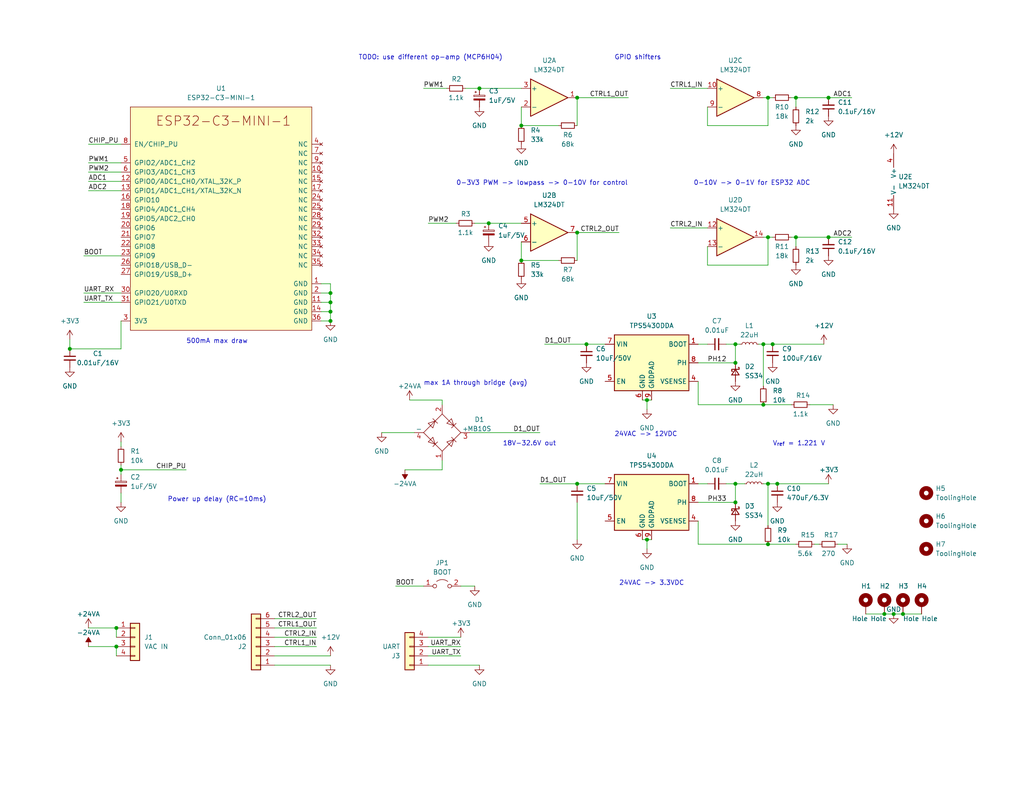
<source format=kicad_sch>
(kicad_sch (version 20211123) (generator eeschema)
  (paper "USLetter")
  (title_block (company "kelvie.ca"))
  (lib_symbols
    (symbol "Amplifier_Operational:LM324" (pin_names (offset 0.127))
      (property "Reference" "U" (at 0 5.08 0))
      (property "Value" "LM324" (at 0 -5.08 0))
      (symbol "LM324_1_1"
        (polyline (pts (xy -5.08 5.08) (xy 5.08 0) (xy -5.08 -5.08) (xy -5.08 5.08)) (stroke (width 0.254)) (fill (type background)))
        (pin output line (at 7.62 0 180) (length 2.54) (name "~") (number "1"))
        (pin input line (at -7.62 -2.54 0) (length 2.54) (name "-") (number "2"))
        (pin input line (at -7.62 2.54 0) (length 2.54) (name "+") (number "3"))
      )
      (symbol "LM324_2_1"
        (polyline (pts (xy -5.08 5.08) (xy 5.08 0) (xy -5.08 -5.08) (xy -5.08 5.08)) (stroke (width 0.254)) (fill (type background)))
        (pin input line (at -7.62 2.54 0) (length 2.54) (name "+") (number "5"))
        (pin input line (at -7.62 -2.54 0) (length 2.54) (name "-") (number "6"))
        (pin output line (at 7.62 0 180) (length 2.54) (name "~") (number "7"))
      )
      (symbol "LM324_3_1"
        (polyline (pts (xy -5.08 5.08) (xy 5.08 0) (xy -5.08 -5.08) (xy -5.08 5.08)) (stroke (width 0.254)) (fill (type background)))
        (pin input line (at -7.62 2.54 0) (length 2.54) (name "+") (number "10"))
        (pin output line (at 7.62 0 180) (length 2.54) (name "~") (number "8"))
        (pin input line (at -7.62 -2.54 0) (length 2.54) (name "-") (number "9"))
      )
      (symbol "LM324_4_1"
        (polyline (pts (xy -5.08 5.08) (xy 5.08 0) (xy -5.08 -5.08) (xy -5.08 5.08)) (stroke (width 0.254)) (fill (type background)))
        (pin input line (at -7.62 2.54 0) (length 2.54) (name "+") (number "12"))
        (pin input line (at -7.62 -2.54 0) (length 2.54) (name "-") (number "13"))
        (pin output line (at 7.62 0 180) (length 2.54) (name "~") (number "14"))
      )
      (symbol "LM324_5_1"
        (pin power_in line (at -2.54 -7.62 90) (length 3.81) (name "V-") (number "11"))
        (pin power_in line (at -2.54 7.62 270) (length 3.81) (name "V+") (number "4"))
      )
    )
    (symbol "Connector_Generic:Conn_01x04" (pin_names (offset 1.016) hide)
      (property "Reference" "J" (at 0 5.08 0))
      (property "Value" "Conn_01x04" (at 0 -7.62 0))
      (symbol "Conn_01x04_1_1"
        (rectangle (start -1.27 -4.953) (end 0 -5.207) (stroke (width 0.1524)))
        (rectangle (start -1.27 -2.413) (end 0 -2.667) (stroke (width 0.1524)))
        (rectangle (start -1.27 0.127) (end 0 -0.127) (stroke (width 0.1524)))
        (rectangle (start -1.27 2.667) (end 0 2.413) (stroke (width 0.1524)))
        (rectangle (start -1.27 3.81) (end 1.27 -6.35) (stroke (width 0.254)) (fill (type background)))
        (pin passive line (at -5.08 2.54 0) (length 3.81) (name "Pin_1") (number "1"))
        (pin passive line (at -5.08 0 0) (length 3.81) (name "Pin_2") (number "2"))
        (pin passive line (at -5.08 -2.54 0) (length 3.81) (name "Pin_3") (number "3"))
        (pin passive line (at -5.08 -5.08 0) (length 3.81) (name "Pin_4") (number "4"))
      )
    )
    (symbol "Connector_Generic:Conn_01x06" (pin_names (offset 1.016) hide)
      (property "Reference" "J" (at 0 7.62 0))
      (property "Value" "Conn_01x06" (at 0 -10.16 0))
      (symbol "Conn_01x06_1_1"
        (rectangle (start -1.27 -7.493) (end 0 -7.747) (stroke (width 0.1524)))
        (rectangle (start -1.27 -4.953) (end 0 -5.207) (stroke (width 0.1524)))
        (rectangle (start -1.27 -2.413) (end 0 -2.667) (stroke (width 0.1524)))
        (rectangle (start -1.27 0.127) (end 0 -0.127) (stroke (width 0.1524)))
        (rectangle (start -1.27 2.667) (end 0 2.413) (stroke (width 0.1524)))
        (rectangle (start -1.27 5.207) (end 0 4.953) (stroke (width 0.1524)))
        (rectangle (start -1.27 6.35) (end 1.27 -8.89) (stroke (width 0.254)) (fill (type background)))
        (pin passive line (at -5.08 5.08 0) (length 3.81) (name "Pin_1") (number "1"))
        (pin passive line (at -5.08 2.54 0) (length 3.81) (name "Pin_2") (number "2"))
        (pin passive line (at -5.08 0 0) (length 3.81) (name "Pin_3") (number "3"))
        (pin passive line (at -5.08 -2.54 0) (length 3.81) (name "Pin_4") (number "4"))
        (pin passive line (at -5.08 -5.08 0) (length 3.81) (name "Pin_5") (number "5"))
        (pin passive line (at -5.08 -7.62 0) (length 3.81) (name "Pin_6") (number "6"))
      )
    )
    (symbol "Device:C_Polarized_Small" (pin_numbers hide) (pin_names (offset 0.254) hide)
      (property "Reference" "C" (at 0.254 1.778 0))
      (property "Value" "C_Polarized_Small" (at 0.254 -2.032 0))
      (symbol "C_Polarized_Small_0_1"
        (rectangle (start -1.524 -0.3048) (end 1.524 -0.6858) (fill (type outline)))
        (rectangle (start -1.524 0.6858) (end 1.524 0.3048))
        (polyline (pts (xy -1.27 1.524) (xy -0.762 1.524)))
        (polyline (pts (xy -1.016 1.27) (xy -1.016 1.778)))
      )
      (symbol "C_Polarized_Small_1_1"
        (pin passive line (at 0 2.54 270) (length 1.8542) (name "~") (number "1"))
        (pin passive line (at 0 -2.54 90) (length 1.8542) (name "~") (number "2"))
      )
    )
    (symbol "Device:C_Small" (pin_numbers hide) (pin_names (offset 0.254) hide)
      (property "Reference" "C" (at 0.254 1.778 0))
      (property "Value" "C_Small" (at 0.254 -2.032 0))
      (symbol "C_Small_0_1"
        (polyline (pts (xy -1.524 -0.508) (xy 1.524 -0.508)) (stroke (width 0.3302)))
        (polyline (pts (xy -1.524 0.508) (xy 1.524 0.508)) (stroke (width 0.3048)))
      )
      (symbol "C_Small_1_1"
        (pin passive line (at 0 2.54 270) (length 2.032) (name "~") (number "1"))
        (pin passive line (at 0 -2.54 90) (length 2.032) (name "~") (number "2"))
      )
    )
    (symbol "Device:D_Schottky_Small" (pin_numbers hide) (pin_names (offset 0.254) hide)
      (property "Reference" "D" (at -1.27 2.032 0))
      (property "Value" "D_Schottky_Small" (at -7.112 -2.032 0))
      (symbol "D_Schottky_Small_0_1"
        (polyline (pts (xy -0.762 0) (xy 0.762 0)))
        (polyline (pts (xy 0.762 -1.016) (xy -0.762 0) (xy 0.762 1.016) (xy 0.762 -1.016)) (stroke (width 0.254)))
        (polyline (pts (xy -1.27 0.762) (xy -1.27 1.016) (xy -0.762 1.016) (xy -0.762 -1.016) (xy -0.254 -1.016) (xy -0.254 -0.762)) (stroke (width 0.254)))
      )
      (symbol "D_Schottky_Small_1_1"
        (pin passive line (at -2.54 0 0) (length 1.778) (name "K") (number "1"))
        (pin passive line (at 2.54 0 180) (length 1.778) (name "A") (number "2"))
      )
    )
    (symbol "Device:L_Small" (pin_numbers hide) (pin_names (offset 0.254) hide)
      (property "Reference" "L" (at 0.762 1.016 0))
      (property "Value" "L_Small" (at 0.762 -1.016 0))
      (symbol "L_Small_0_1"
        (arc (start 0 -2.032) (mid 0.508 -1.524) (end 0 -1.016))
        (arc (start 0 -1.016) (mid 0.508 -0.508) (end 0 0))
        (arc (start 0 0) (mid 0.508 0.508) (end 0 1.016))
        (arc (start 0 1.016) (mid 0.508 1.524) (end 0 2.032))
      )
      (symbol "L_Small_1_1"
        (pin passive line (at 0 2.54 270) (length 0.508) (name "~") (number "1"))
        (pin passive line (at 0 -2.54 90) (length 0.508) (name "~") (number "2"))
      )
    )
    (symbol "Device:R_Small" (pin_numbers hide) (pin_names (offset 0.254) hide)
      (property "Reference" "R" (at 0.762 0.508 0))
      (property "Value" "R_Small" (at 0.762 -1.016 0))
      (symbol "R_Small_0_1"
        (rectangle (start -0.762 1.778) (end 0.762 -1.778) (stroke (width 0.2032)))
      )
      (symbol "R_Small_1_1"
        (pin passive line (at 0 2.54 270) (length 0.762) (name "~") (number "1"))
        (pin passive line (at 0 -2.54 90) (length 0.762) (name "~") (number "2"))
      )
    )
    (symbol "Espressif:ESP32-C3-MINI-1" (pin_names (offset 1.016))
      (property "Reference" "U" (at 0 33.02 0))
      (property "Value" "ESP32-C3-MINI-1" (at 0 -30.48 0))
      (symbol "ESP32-C3-MINI-1_0_0"
        (text "ESP32-C3-MINI-1" (at 1.27 27.94 0) (effects (font (size 2.54 2.54))))
      )
      (symbol "ESP32-C3-MINI-1_0_1"
        (rectangle (start -24.13 31.75) (end 25.4 -29.21) (fill (type background)))
      )
      (symbol "ESP32-C3-MINI-1_1_1"
        (pin power_in line (at 27.94 -16.51 180) (length 2.54) (name "GND") (number "1"))
        (pin no_connect line (at 27.94 13.97 180) (length 2.54) (name "NC") (number "10"))
        (pin power_in line (at 27.94 -21.59 180) (length 2.54) (name "GND") (number "11"))
        (pin bidirectional line (at -26.67 11.43 0) (length 2.54) (name "GPIO0/ADC1_CH0/XTAL_32K_P") (number "12"))
        (pin bidirectional line (at -26.67 8.89 0) (length 2.54) (name "GPIO1/ADC1_CH1/XTAL_32K_N") (number "13"))
        (pin power_in line (at 27.94 -24.13 180) (length 2.54) (name "GND") (number "14"))
        (pin no_connect line (at 27.94 11.43 180) (length 2.54) (name "NC") (number "15"))
        (pin bidirectional line (at -26.67 6.35 0) (length 2.54) (name "GPIO10") (number "16"))
        (pin no_connect line (at 27.94 8.89 180) (length 2.54) (name "NC") (number "17"))
        (pin bidirectional line (at -26.67 3.81 0) (length 2.54) (name "GPIO4/ADC1_CH4") (number "18"))
        (pin bidirectional line (at -26.67 1.27 0) (length 2.54) (name "GPIO5/ADC2_CH0") (number "19"))
        (pin power_in line (at 27.94 -19.05 180) (length 2.54) (name "GND") (number "2"))
        (pin bidirectional line (at -26.67 -1.27 0) (length 2.54) (name "GPIO6") (number "20"))
        (pin bidirectional line (at -26.67 -3.81 0) (length 2.54) (name "GPIO7") (number "21"))
        (pin bidirectional line (at -26.67 -6.35 0) (length 2.54) (name "GPIO8") (number "22"))
        (pin bidirectional line (at -26.67 -8.89 0) (length 2.54) (name "GPIO9") (number "23"))
        (pin no_connect line (at 27.94 6.35 180) (length 2.54) (name "NC") (number "24"))
        (pin no_connect line (at 27.94 3.81 180) (length 2.54) (name "NC") (number "25"))
        (pin bidirectional line (at -26.67 -11.43 0) (length 2.54) (name "GPIO18/USB_D-") (number "26"))
        (pin bidirectional line (at -26.67 -13.97 0) (length 2.54) (name "GPIO19/USB_D+") (number "27"))
        (pin no_connect line (at 27.94 1.27 180) (length 2.54) (name "NC") (number "28"))
        (pin no_connect line (at 27.94 -1.27 180) (length 2.54) (name "NC") (number "29"))
        (pin power_in line (at -26.67 -26.67 0) (length 2.54) (name "3V3") (number "3"))
        (pin bidirectional line (at -26.67 -19.05 0) (length 2.54) (name "GPIO20/U0RXD") (number "30"))
        (pin bidirectional line (at -26.67 -21.59 0) (length 2.54) (name "GPIO21/U0TXD") (number "31"))
        (pin no_connect line (at 27.94 -3.81 180) (length 2.54) (name "NC") (number "32"))
        (pin no_connect line (at 27.94 -6.35 180) (length 2.54) (name "NC") (number "33"))
        (pin no_connect line (at 27.94 -8.89 180) (length 2.54) (name "NC") (number "34"))
        (pin no_connect line (at 27.94 -11.43 180) (length 2.54) (name "NC") (number "35"))
        (pin power_in line (at 27.94 -26.67 180) (length 2.54) (name "GND") (number "36"))
        (pin no_connect line (at 27.94 21.59 180) (length 2.54) (name "NC") (number "4"))
        (pin bidirectional line (at -26.67 16.51 0) (length 2.54) (name "GPIO2/ADC1_CH2") (number "5"))
        (pin bidirectional line (at -26.67 13.97 0) (length 2.54) (name "GPIO3/ADC1_CH3") (number "6"))
        (pin no_connect line (at 27.94 19.05 180) (length 2.54) (name "NC") (number "7"))
        (pin input line (at -26.67 21.59 0) (length 2.54) (name "EN/CHIP_PU") (number "8"))
        (pin no_connect line (at 27.94 16.51 180) (length 2.54) (name "NC") (number "9"))
      )
    )
    (symbol "Jumper:Jumper_2_Open" (pin_names (offset 0) hide)
      (property "Reference" "JP" (at 0 2.794 0))
      (property "Value" "Jumper_2_Open" (at 0 -2.286 0))
      (symbol "Jumper_2_Open_0_0"
        (circle (center -2.032 0) (radius 0.508))
        (circle (center 2.032 0) (radius 0.508))
      )
      (symbol "Jumper_2_Open_0_1"
        (arc (start 1.524 1.27) (mid 0 1.778) (end -1.524 1.27))
      )
      (symbol "Jumper_2_Open_1_1"
        (pin passive line (at -5.08 0 0) (length 2.54) (name "A") (number "1"))
        (pin passive line (at 5.08 0 180) (length 2.54) (name "B") (number "2"))
      )
    )
    (symbol "Mechanical:MountingHole" (pin_names (offset 1.016))
      (property "Reference" "H" (at 0 5.08 0))
      (property "Value" "MountingHole" (at 0 3.175 0))
      (symbol "MountingHole_0_1"
        (circle (center 0 0) (radius 1.27) (stroke (width 1.27)))
      )
    )
    (symbol "Mechanical:MountingHole_Pad" (pin_numbers hide) (pin_names (offset 1.016) hide)
      (property "Reference" "H" (at 0 6.35 0))
      (property "Value" "MountingHole_Pad" (at 0 4.445 0))
      (symbol "MountingHole_Pad_0_1"
        (circle (center 0 1.27) (radius 1.27) (stroke (width 1.27)))
      )
      (symbol "MountingHole_Pad_1_1"
        (pin input line (at 0 -2.54 90) (length 2.54) (name "1") (number "1"))
      )
    )
    (symbol "Regulator_Switching:TPS5430DDA"
      (property "Reference" "U" (at -10.16 8.89 0))
      (property "Value" "TPS5430DDA" (at -1.27 8.89 0))
      (symbol "TPS5430DDA_0_1"
        (rectangle (start -10.16 7.62) (end 10.16 -7.62) (stroke (width 0.254)) (fill (type background)))
      )
      (symbol "TPS5430DDA_1_1"
        (pin input line (at 12.7 5.08 180) (length 2.54) (name "BOOT") (number "1"))
        (pin no_connect line (at -10.16 2.54 0) (length 2.54) hide (name "NC") (number "2"))
        (pin no_connect line (at -10.16 -2.54 0) (length 2.54) hide (name "NC") (number "3"))
        (pin input line (at 12.7 -5.08 180) (length 2.54) (name "VSENSE") (number "4"))
        (pin input line (at -12.7 -5.08 0) (length 2.54) (name "EN") (number "5"))
        (pin power_in line (at -2.54 -10.16 90) (length 2.54) (name "GND") (number "6"))
        (pin power_in line (at -12.7 5.08 0) (length 2.54) (name "VIN") (number "7"))
        (pin output line (at 12.7 0 180) (length 2.54) (name "PH") (number "8"))
        (pin power_in line (at 0 -10.16 90) (length 2.54) (name "GNDPAD") (number "9"))
      )
    )
    (symbol "kelvie:MB10S" (pin_names (offset 0))
      (property "Reference" "D" (at 2.54 6.985 0))
      (property "Value" "MB10S" (at 2.54 5.08 0))
      (symbol "MB10S_0_1"
        (polyline (pts (xy -2.54 3.81) (xy -1.27 2.54)))
        (polyline (pts (xy -1.27 -2.54) (xy -2.54 -3.81)))
        (polyline (pts (xy 2.54 -1.27) (xy 3.81 -2.54)))
        (polyline (pts (xy 2.54 1.27) (xy 3.81 2.54)))
        (polyline (pts (xy -3.81 2.54) (xy -2.54 1.27) (xy -1.905 3.175) (xy -3.81 2.54)))
        (polyline (pts (xy -2.54 -1.27) (xy -3.81 -2.54) (xy -1.905 -3.175) (xy -2.54 -1.27)))
        (polyline (pts (xy 1.27 2.54) (xy 2.54 3.81) (xy 3.175 1.905) (xy 1.27 2.54)))
        (polyline (pts (xy 3.175 -1.905) (xy 1.27 -2.54) (xy 2.54 -3.81) (xy 3.175 -1.905)))
        (polyline (pts (xy -5.08 0) (xy 0 -5.08) (xy 5.08 0) (xy 0 5.08) (xy -5.08 0)))
      )
      (symbol "MB10S_1_1"
        (pin passive line (at 0 -7.62 90) (length 2.54) (name "~") (number "1"))
        (pin passive line (at 0 7.62 270) (length 2.54) (name "~") (number "2"))
        (pin passive line (at 7.62 0 180) (length 2.54) (name "+") (number "3"))
        (pin passive line (at -7.62 0 0) (length 2.54) (name "-") (number "4"))
      )
    )
    (symbol "kelvie_power:+24VA" (power) (pin_names (offset 0))
      (property "Value" "+24VA" (at 0 3.556 0))
      (symbol "+24VA_0_1"
        (polyline (pts (xy -0.762 1.27) (xy 0 2.54)))
        (polyline (pts (xy 0 0) (xy 0 2.54)))
        (polyline (pts (xy 0 2.54) (xy 0.762 1.27)))
      )
      (symbol "+24VA_1_1"
        (pin power_in line (at 0 0 90) (length 0) hide (name "+24VA") (number "1"))
      )
    )
    (symbol "kelvie_power:-24VA" (power) (pin_names (offset 0))
      (property "Value" "-24VA" (at 0 3.556 0))
      (symbol "-24VA_0_0"
        (pin power_in line (at 0 0 90) (length 0) hide (name "-24VA") (number "1"))
      )
      (symbol "-24VA_0_1"
        (polyline (pts (xy 0 0) (xy 0 1.27) (xy 0.762 1.27) (xy 0 2.54) (xy -0.762 1.27) (xy 0 1.27)) (fill (type outline)))
      )
    )
    (symbol "power:+12V" (power) (pin_names (offset 0))
      (property "Value" "+12V" (at 0 3.556 0))
      (symbol "+12V_0_1"
        (polyline (pts (xy -0.762 1.27) (xy 0 2.54)))
        (polyline (pts (xy 0 0) (xy 0 2.54)))
        (polyline (pts (xy 0 2.54) (xy 0.762 1.27)))
      )
      (symbol "+12V_1_1"
        (pin power_in line (at 0 0 90) (length 0) hide (name "+12V") (number "1"))
      )
    )
    (symbol "power:+3.3V" (power) (pin_names (offset 0))
      (property "Value" "+3.3V" (at 0 3.556 0))
      (symbol "+3.3V_0_1"
        (polyline (pts (xy -0.762 1.27) (xy 0 2.54)))
        (polyline (pts (xy 0 0) (xy 0 2.54)))
        (polyline (pts (xy 0 2.54) (xy 0.762 1.27)))
      )
      (symbol "+3.3V_1_1"
        (pin power_in line (at 0 0 90) (length 0) hide (name "+3V3") (number "1"))
      )
    )
    (symbol "power:GND" (power) (pin_names (offset 0))
      (property "Value" "GND" (at 0 -3.81 0))
      (symbol "GND_0_1"
        (polyline (pts (xy 0 0) (xy 0 -1.27) (xy 1.27 -1.27) (xy 0 -2.54) (xy -1.27 -1.27) (xy 0 -1.27)))
      )
      (symbol "GND_1_1"
        (pin power_in line (at 0 0 270) (length 0) hide (name "GND") (number "1"))
      )
    )
  )
  (junction (at 176.53 147.32))
  (junction (at 212.09 132.08))
  (junction (at 217.17 64.77))
  (junction (at 246.38 167.64))
  (junction (at 142.24 71.12))
  (junction (at 157.48 132.08))
  (junction (at 130.81 24.13))
  (junction (at 19.05 95.25))
  (junction (at 31.75 176.53))
  (junction (at 217.17 26.67))
  (junction (at 209.55 64.77))
  (junction (at 209.55 148.59))
  (junction (at 200.66 137.16))
  (junction (at 33.02 128.27))
  (junction (at 200.66 99.06))
  (junction (at 90.17 85.09))
  (junction (at 226.06 64.77))
  (junction (at 157.48 26.67))
  (junction (at 133.35 60.96))
  (junction (at 90.17 87.63))
  (junction (at 226.06 26.67))
  (junction (at 142.24 34.29))
  (junction (at 176.53 109.22))
  (junction (at 160.02 93.98))
  (junction (at 31.75 171.45))
  (junction (at 208.28 110.49))
  (junction (at 209.55 26.67))
  (junction (at 90.17 82.55))
  (junction (at 200.66 93.98))
  (junction (at 208.28 93.98))
  (junction (at 243.84 167.64))
  (junction (at 157.48 63.5))
  (junction (at 210.82 93.98))
  (junction (at 90.17 80.01))
  (junction (at 241.3 167.64))
  (junction (at 209.55 132.08))
  (junction (at 200.66 132.08))
  (wire (pts (xy 190.5 137.16) (xy 200.66 137.16)))
  (wire (pts (xy 209.55 148.59) (xy 190.5 148.59)))
  (wire (pts (xy 33.02 80.01) (xy 22.86 80.01)))
  (wire (pts (xy 200.66 93.98) (xy 201.93 93.98)))
  (wire (pts (xy 176.53 147.32) (xy 177.8 147.32)))
  (wire (pts (xy 33.02 69.85) (xy 22.86 69.85)))
  (wire (pts (xy 19.05 95.25) (xy 33.02 95.25)))
  (wire (pts (xy 104.14 118.11) (xy 113.03 118.11)))
  (wire (pts (xy 182.88 24.13) (xy 193.04 24.13)))
  (wire (pts (xy 90.17 80.01) (xy 90.17 82.55)))
  (wire (pts (xy 223.52 148.59) (xy 222.25 148.59)))
  (wire (pts (xy 90.17 77.47) (xy 90.17 80.01)))
  (wire (pts (xy 129.54 160.02) (xy 125.73 160.02)))
  (wire (pts (xy 209.55 64.77) (xy 209.55 72.39)))
  (wire (pts (xy 215.9 26.67) (xy 217.17 26.67)))
  (wire (pts (xy 130.81 24.13) (xy 142.24 24.13)))
  (wire (pts (xy 157.48 147.32) (xy 157.48 137.16)))
  (wire (pts (xy 133.35 60.96) (xy 142.24 60.96)))
  (wire (pts (xy 200.66 99.06) (xy 200.66 93.98)))
  (wire (pts (xy 176.53 109.22) (xy 176.53 111.76)))
  (wire (pts (xy 148.59 93.98) (xy 160.02 93.98)))
  (wire (pts (xy 86.36 173.99) (xy 74.93 173.99)))
  (wire (pts (xy 209.55 26.67) (xy 208.28 26.67)))
  (wire (pts (xy 182.88 62.23) (xy 193.04 62.23)))
  (wire (pts (xy 210.82 93.98) (xy 224.79 93.98)))
  (wire (pts (xy 157.48 132.08) (xy 165.1 132.08)))
  (wire (pts (xy 208.28 110.49) (xy 190.5 110.49)))
  (wire (pts (xy 31.75 176.53) (xy 31.75 179.07)))
  (wire (pts (xy 74.93 179.07) (xy 90.17 179.07)))
  (wire (pts (xy 33.02 128.27) (xy 50.8 128.27)))
  (wire (pts (xy 33.02 95.25) (xy 33.02 87.63)))
  (wire (pts (xy 24.13 46.99) (xy 33.02 46.99)))
  (wire (pts (xy 210.82 64.77) (xy 209.55 64.77)))
  (wire (pts (xy 209.55 148.59) (xy 217.17 148.59)))
  (wire (pts (xy 125.73 179.07) (xy 116.84 179.07)))
  (wire (pts (xy 90.17 181.61) (xy 74.93 181.61)))
  (wire (pts (xy 190.5 99.06) (xy 200.66 99.06)))
  (wire (pts (xy 90.17 82.55) (xy 90.17 85.09)))
  (wire (pts (xy 90.17 80.01) (xy 87.63 80.01)))
  (wire (pts (xy 200.66 137.16) (xy 200.66 132.08)))
  (wire (pts (xy 142.24 66.04) (xy 142.24 71.12)))
  (wire (pts (xy 200.66 132.08) (xy 198.12 132.08)))
  (wire (pts (xy 120.65 109.22) (xy 120.65 110.49)))
  (wire (pts (xy 147.32 132.08) (xy 157.48 132.08)))
  (wire (pts (xy 86.36 171.45) (xy 74.93 171.45)))
  (wire (pts (xy 208.28 105.41) (xy 208.28 93.98)))
  (wire (pts (xy 208.28 132.08) (xy 209.55 132.08)))
  (wire (pts (xy 125.73 173.99) (xy 116.84 173.99)))
  (wire (pts (xy 226.06 26.67) (xy 232.41 26.67)))
  (wire (pts (xy 33.02 128.27) (xy 33.02 127)))
  (wire (pts (xy 142.24 71.12) (xy 152.4 71.12)))
  (wire (pts (xy 193.04 93.98) (xy 190.5 93.98)))
  (wire (pts (xy 209.55 26.67) (xy 209.55 34.29)))
  (wire (pts (xy 90.17 82.55) (xy 87.63 82.55)))
  (wire (pts (xy 212.09 132.08) (xy 226.06 132.08)))
  (wire (pts (xy 190.5 142.24) (xy 190.5 148.59)))
  (wire (pts (xy 24.13 49.53) (xy 33.02 49.53)))
  (wire (pts (xy 111.76 109.22) (xy 120.65 109.22)))
  (wire (pts (xy 215.9 64.77) (xy 217.17 64.77)))
  (wire (pts (xy 142.24 29.21) (xy 142.24 34.29)))
  (wire (pts (xy 33.02 129.54) (xy 33.02 128.27)))
  (wire (pts (xy 193.04 72.39) (xy 193.04 67.31)))
  (wire (pts (xy 157.48 26.67) (xy 157.48 34.29)))
  (wire (pts (xy 217.17 64.77) (xy 217.17 67.31)))
  (wire (pts (xy 190.5 104.14) (xy 190.5 110.49)))
  (wire (pts (xy 128.27 118.11) (xy 147.32 118.11)))
  (wire (pts (xy 193.04 34.29) (xy 193.04 29.21)))
  (wire (pts (xy 125.73 176.53) (xy 116.84 176.53)))
  (wire (pts (xy 24.13 52.07) (xy 33.02 52.07)))
  (wire (pts (xy 209.55 72.39) (xy 193.04 72.39)))
  (wire (pts (xy 90.17 77.47) (xy 87.63 77.47)))
  (wire (pts (xy 193.04 132.08) (xy 190.5 132.08)))
  (wire (pts (xy 207.01 93.98) (xy 208.28 93.98)))
  (wire (pts (xy 175.26 109.22) (xy 176.53 109.22)))
  (wire (pts (xy 208.28 64.77) (xy 209.55 64.77)))
  (wire (pts (xy 86.36 176.53) (xy 74.93 176.53)))
  (wire (pts (xy 228.6 148.59) (xy 231.14 148.59)))
  (wire (pts (xy 209.55 143.51) (xy 209.55 132.08)))
  (wire (pts (xy 157.48 63.5) (xy 168.91 63.5)))
  (wire (pts (xy 217.17 26.67) (xy 226.06 26.67)))
  (wire (pts (xy 24.13 171.45) (xy 31.75 171.45)))
  (wire (pts (xy 176.53 147.32) (xy 176.53 149.86)))
  (wire (pts (xy 200.66 93.98) (xy 198.12 93.98)))
  (wire (pts (xy 243.84 167.64) (xy 246.38 167.64)))
  (wire (pts (xy 203.2 132.08) (xy 200.66 132.08)))
  (wire (pts (xy 90.17 87.63) (xy 87.63 87.63)))
  (wire (pts (xy 210.82 26.67) (xy 209.55 26.67)))
  (wire (pts (xy 107.95 160.02) (xy 115.57 160.02)))
  (wire (pts (xy 208.28 93.98) (xy 210.82 93.98)))
  (wire (pts (xy 236.22 167.64) (xy 241.3 167.64)))
  (wire (pts (xy 209.55 132.08) (xy 212.09 132.08)))
  (wire (pts (xy 86.36 168.91) (xy 74.93 168.91)))
  (wire (pts (xy 208.28 110.49) (xy 215.9 110.49)))
  (wire (pts (xy 226.06 64.77) (xy 232.41 64.77)))
  (wire (pts (xy 176.53 109.22) (xy 177.8 109.22)))
  (wire (pts (xy 19.05 92.71) (xy 19.05 95.25)))
  (wire (pts (xy 157.48 26.67) (xy 171.45 26.67)))
  (wire (pts (xy 217.17 26.67) (xy 217.17 29.21)))
  (wire (pts (xy 175.26 147.32) (xy 176.53 147.32)))
  (wire (pts (xy 142.24 34.29) (xy 152.4 34.29)))
  (wire (pts (xy 90.17 85.09) (xy 87.63 85.09)))
  (wire (pts (xy 127 24.13) (xy 130.81 24.13)))
  (wire (pts (xy 31.75 171.45) (xy 31.75 173.99)))
  (wire (pts (xy 120.65 128.27) (xy 120.65 125.73)))
  (wire (pts (xy 33.02 137.16) (xy 33.02 134.62)))
  (wire (pts (xy 33.02 121.92) (xy 33.02 120.65)))
  (wire (pts (xy 115.57 24.13) (xy 121.92 24.13)))
  (wire (pts (xy 217.17 64.77) (xy 226.06 64.77)))
  (wire (pts (xy 33.02 82.55) (xy 22.86 82.55)))
  (wire (pts (xy 116.84 60.96) (xy 124.46 60.96)))
  (wire (pts (xy 24.13 39.37) (xy 33.02 39.37)))
  (wire (pts (xy 246.38 167.64) (xy 251.46 167.64)))
  (wire (pts (xy 90.17 85.09) (xy 90.17 87.63)))
  (wire (pts (xy 33.02 44.45) (xy 24.13 44.45)))
  (wire (pts (xy 160.02 93.98) (xy 165.1 93.98)))
  (wire (pts (xy 209.55 34.29) (xy 193.04 34.29)))
  (wire (pts (xy 241.3 167.64) (xy 243.84 167.64)))
  (wire (pts (xy 130.81 181.61) (xy 116.84 181.61)))
  (wire (pts (xy 129.54 60.96) (xy 133.35 60.96)))
  (wire (pts (xy 157.48 63.5) (xy 157.48 71.12)))
  (wire (pts (xy 110.49 128.27) (xy 120.65 128.27)))
  (wire (pts (xy 24.13 176.53) (xy 31.75 176.53)))
  (wire (pts (xy 220.98 110.49) (xy 227.33 110.49)))
  (text "0-3V3 PWM -> lowpass -> 0-10V for control" (at 124.46 50.8 0) (effects (font (size 1.27 1.27)) (justify left bottom)))
  (text "24VAC -> 12VDC" (at 167.64 119.38 0) (effects (font (size 1.27 1.27)) (justify left bottom)))
  (text "500mA max draw" (at 50.8 93.98 0) (effects (font (size 1.27 1.27)) (justify left bottom)))
  (text "GPIO shifters\n" (at 167.64 16.51 0) (effects (font (size 1.27 1.27)) (justify left bottom)))
  (text "18V-32.6V out" (at 137.16 121.92 0) (effects (font (size 1.27 1.27)) (justify left bottom)))
  (text "0-10V -> 0-1V for ESP32 ADC" (at 189.23 50.8 0) (effects (font (size 1.27 1.27)) (justify left bottom)))
  (text "24VAC -> 3.3VDC" (at 168.91 160.02 0) (effects (font (size 1.27 1.27)) (justify left bottom)))
  (text "V_{ref} = 1.221 V" (at 210.82 121.92 0) (effects (font (size 1.27 1.27)) (justify left bottom)))
  (text "TODO: use different op-amp (MCP6H04)" (at 97.79 16.51 0) (effects (font (size 1.27 1.27)) (justify left bottom)))
  (text "max 1A through bridge (avg)" (at 115.57 105.41 0) (effects (font (size 1.27 1.27)) (justify left bottom)))
  (text "Power up delay (RC=10ms)" (at 45.72 137.16 0) (effects (font (size 1.27 1.27)) (justify left bottom)))
  (label "PH12" (at 193.04 99.06 0))
  (label "UART_RX" (at 22.86 80.01 0))
  (label "PWM1" (at 115.57 24.13 0))
  (label "PWM1" (at 24.13 44.45 0))
  (label "ADC1" (at 232.41 26.67 180))
  (label "UART_TX" (at 125.73 179.07 180))
  (label "CTRL1_IN" (at 86.36 176.53 180))
  (label "CTRL2_OUT" (at 168.91 63.5 180))
  (label "PH33" (at 193.04 137.16 0))
  (label "CTRL1_IN" (at 182.88 24.13 0))
  (label "UART_RX" (at 125.73 176.53 180))
  (label "CTRL2_IN" (at 86.36 173.99 180))
  (label "CTRL1_OUT" (at 171.45 26.67 180))
  (label "UART_TX" (at 22.86 82.55 0))
  (label "BOOT" (at 22.86 69.85 0))
  (label "CHIP_PU" (at 50.8 128.27 180))
  (label "ADC1" (at 24.13 49.53 0))
  (label "D1_OUT" (at 147.32 118.11 180))
  (label "CTRL2_OUT" (at 86.36 168.91 180))
  (label "D1_OUT" (at 148.59 93.98 0))
  (label "BOOT" (at 107.95 160.02 0))
  (label "ADC2" (at 24.13 52.07 0))
  (label "ADC2" (at 232.41 64.77 180))
  (label "CHIP_PU" (at 24.13 39.37 0))
  (label "CTRL2_IN" (at 182.88 62.23 0))
  (label "D1_OUT" (at 147.32 132.08 0))
  (label "CTRL1_OUT" (at 86.36 171.45 180))
  (label "PWM2" (at 24.13 46.99 0))
  (label "PWM2" (at 116.84 60.96 0))
  (symbol (lib_id "power:GND") (at 129.54 160.02 0) (unit 1)
    (property "Reference" "#PWR019" (effects hide))
    (property "Value" "GND" (at 129.54 165.1 0))
  )
  (symbol (lib_id "power:GND") (at 19.05 100.33 0) (unit 1)
    (property "Reference" "#PWR02" (effects hide))
    (property "Value" "GND" (at 19.05 105.41 0))
  )
  (symbol (lib_id "power:GND") (at 210.82 99.06 0) (unit 1)
    (property "Reference" "#PWR027" (effects hide))
    (property "Value" "GND" (at 210.82 104.14 0))
  )
  (symbol (lib_id "Device:C_Small") (at 210.82 96.52 0) (unit 1)
    (property "Reference" "C9" (at 213.36 95.2562 0) (effects (justify left)))
    (property "Value" "100uF/16V" (at 213.36 97.7962 0) (effects (justify left)))
    (property "Footprint" "Capacitor_Tantalum_SMD:CP_EIA-7343-31_Kemet-D" (effects hide))
  )
  (symbol (lib_id "kelvie_power:-24VA") (at 24.13 176.53 0) (unit 1)
    (property "Reference" "#PWR04" (effects hide))
    (property "Value" "-24VA" (at 24.13 172.72 0))
  )
  (symbol (lib_id "Amplifier_Operational:LM324") (at 200.66 26.67 0) (unit 3)
    (property "Reference" "U2" (at 200.66 16.51 0))
    (property "Value" "LM324DT" (at 200.66 19.05 0))
    (property "Footprint" "Package_SO:SOIC-14_3.9x8.7mm_P1.27mm" (effects hide))
    (property "Datasheet" "http://www.ti.com/lit/ds/symlink/lm2902-n.pdf" (effects hide))
  )
  (symbol (lib_id "Device:R_Small") (at 154.94 34.29 90) (unit 1)
    (property "Reference" "R6" (at 154.94 36.83 90))
    (property "Value" "68k" (at 154.94 39.37 90))
    (property "Footprint" "Resistor_SMD:R_0402_1005Metric" (effects hide))
  )
  (symbol (lib_id "Device:C_Small") (at 195.58 93.98 90) (unit 1)
    (property "Reference" "C7" (at 195.5863 87.63 90))
    (property "Value" "0.01uF" (at 195.5863 90.17 90))
    (property "Footprint" "Capacitor_SMD:C_0402_1005Metric" (effects hide))
  )
  (symbol (lib_id "power:GND") (at 90.17 181.61 0) (unit 1)
    (property "Reference" "#PWR09" (effects hide))
    (property "Value" "GND" (at 90.17 186.69 0))
  )
  (symbol (lib_id "power:GND") (at 133.35 66.04 0) (unit 1)
    (property "Reference" "#PWR015" (effects hide))
    (property "Value" "GND" (at 133.35 71.12 0))
  )
  (symbol (lib_id "power:GND") (at 217.17 34.29 0) (unit 1)
    (property "Reference" "#PWR029" (effects hide))
    (property "Value" "GND" (at 217.17 39.37 0))
  )
  (symbol (lib_id "kelvie:MB10S") (at 120.65 118.11 0) (unit 1)
    (property "Reference" "D1" (at 130.81 114.5286 0))
    (property "Value" "MB10S" (at 130.81 117.0686 0))
    (property "Footprint" "Package_TO_SOT_SMD:TO-269AA" (effects hide))
    (property "Datasheet" "https://datasheet.lcsc.com/lcsc/2105061432_MDD-Microdiode-Electronics--MB10S_C2488.pdf" (effects hide))
  )
  (symbol (lib_id "power:GND") (at 104.14 118.11 0) (unit 1)
    (property "Reference" "#PWR010" (effects hide))
    (property "Value" "GND" (at 104.14 123.19 0))
  )
  (symbol (lib_id "Device:C_Small") (at 226.06 29.21 180) (unit 1)
    (property "Reference" "C11" (at 228.6 27.9335 0) (effects (justify right)))
    (property "Value" "0.1uF/16V" (at 228.6 30.4735 0) (effects (justify right)))
    (property "Footprint" "Capacitor_SMD:C_0402_1005Metric" (effects hide))
  )
  (symbol (lib_id "kelvie_power:-24VA") (at 110.49 128.27 180) (unit 1)
    (property "Reference" "#PWR012" (effects hide))
    (property "Value" "-24VA" (at 110.49 132.08 0))
  )
  (symbol (lib_id "Device:D_Schottky_Small") (at 200.66 139.7 270) (unit 1)
    (property "Reference" "D3" (at 203.2 138.1759 90) (effects (justify left)))
    (property "Value" "SS34" (at 203.2 140.7159 90) (effects (justify left)))
    (property "Footprint" "Diode_SMD:D_SMA" (effects hide))
  )
  (symbol (lib_id "Amplifier_Operational:LM324") (at 200.66 64.77 0) (unit 4)
    (property "Reference" "U2" (at 200.66 54.61 0))
    (property "Value" "LM324DT" (at 200.66 57.15 0))
    (property "Footprint" "Package_SO:SOIC-14_3.9x8.7mm_P1.27mm" (effects hide))
    (property "Datasheet" "http://www.ti.com/lit/ds/symlink/lm2902-n.pdf" (effects hide))
  )
  (symbol (lib_id "Device:L_Small") (at 205.74 132.08 90) (unit 1)
    (property "Reference" "L2" (at 205.74 127 90))
    (property "Value" "22uH" (at 205.74 129.54 90))
    (property "Footprint" "inductors:L_SXN_SMRH74-220MT" (effects hide))
    (property "Datasheet" "https://datasheet.lcsc.com/lcsc/2108131530_SXN-Shun-Xiang-Nuo-Elec-SMRH74-220MT_C27442.pdf" (effects hide))
  )
  (symbol (lib_id "power:+12V") (at 90.17 179.07 0) (unit 1)
    (property "Reference" "#PWR08" (effects hide))
    (property "Value" "+12V" (at 90.17 173.99 0))
  )
  (symbol (lib_id "power:GND") (at 130.81 181.61 0) (unit 1)
    (property "Reference" "#PWR020" (effects hide))
    (property "Value" "GND" (at 130.81 186.69 0))
  )
  (symbol (lib_id "Device:R_Small") (at 213.36 26.67 90) (unit 1)
    (property "Reference" "R10" (at 213.36 29.21 90))
    (property "Value" "18k" (at 213.36 31.75 90))
    (property "Footprint" "Resistor_SMD:R_0402_1005Metric" (effects hide))
  )
  (symbol (lib_id "Device:C_Small") (at 195.58 132.08 90) (unit 1)
    (property "Reference" "C8" (at 195.5863 125.73 90))
    (property "Value" "0.01uF" (at 195.5863 128.27 90))
    (property "Footprint" "Capacitor_SMD:C_0402_1005Metric" (effects hide))
  )
  (symbol (lib_id "Device:R_Small") (at 142.24 73.66 0) (unit 1)
    (property "Reference" "R5" (at 144.78 72.3899 0) (effects (justify left)))
    (property "Value" "33k" (at 144.78 74.9299 0) (effects (justify left)))
    (property "Footprint" "Resistor_SMD:R_0402_1005Metric" (effects hide))
  )
  (symbol (lib_id "power:+3.3V") (at 226.06 132.08 0) (unit 1)
    (property "Reference" "#PWR034" (effects hide))
    (property "Value" "+3.3V" (at 223.52 128.27 0) (effects (justify left)))
  )
  (symbol (lib_id "power:GND") (at 217.17 72.39 0) (unit 1)
    (property "Reference" "#PWR030" (effects hide))
    (property "Value" "GND" (at 217.17 77.47 0))
  )
  (symbol (lib_id "Device:R_Small") (at 219.71 148.59 270) (unit 1)
    (property "Reference" "R15" (at 218.44 146.05 90) (effects (justify left)))
    (property "Value" "5.6k" (at 219.71 151.13 90))
    (property "Footprint" "Resistor_SMD:R_0402_1005Metric" (effects hide))
  )
  (symbol (lib_id "Device:L_Small") (at 204.47 93.98 90) (unit 1)
    (property "Reference" "L1" (at 204.47 88.9 90))
    (property "Value" "22uH" (at 204.47 91.44 90))
    (property "Footprint" "inductors:L_SXN_SMRH74-220MT" (effects hide))
    (property "Datasheet" "https://datasheet.lcsc.com/lcsc/2108131530_SXN-Shun-Xiang-Nuo-Elec-SMRH74-220MT_C27442.pdf" (effects hide))
  )
  (symbol (lib_id "power:GND") (at 231.14 148.59 0) (unit 1)
    (property "Reference" "#PWR036" (effects hide))
    (property "Value" "GND" (at 231.14 153.67 0))
  )
  (symbol (lib_id "Device:C_Small") (at 226.06 67.31 180) (unit 1)
    (property "Reference" "C12" (at 228.6 66.0335 0) (effects (justify right)))
    (property "Value" "0.1uF/16V" (at 228.6 68.5735 0) (effects (justify right)))
    (property "Footprint" "Capacitor_SMD:C_0402_1005Metric" (effects hide))
  )
  (symbol (lib_id "power:+12V") (at 224.79 93.98 0) (unit 1)
    (property "Reference" "#PWR031" (effects hide))
    (property "Value" "+12V" (at 224.79 88.9 0))
  )
  (symbol (lib_id "Connector_Generic:Conn_01x06") (at 69.85 176.53 180) (unit 1)
    (property "Reference" "J2" (at 67.31 176.5301 0) (effects (justify left)))
    (property "Value" "Conn_01x06" (at 67.31 173.9901 0) (effects (justify left)))
    (property "Footprint" "Connector_JST:JST_XH_B6B-XH-A_1x06_P2.50mm_Vertical" (effects hide))
  )
  (symbol (lib_id "Mechanical:MountingHole_Pad") (at 246.38 165.1 0) (unit 1)
    (property "Reference" "H3" (at 245.11 160.02 0) (effects (justify left)))
    (property "Value" "Hole" (at 237.49 168.91 0) (effects (justify left)))
    (property "Footprint" "MountingHole:MountingHole_2.2mm_M2_DIN965_Pad" (effects hide))
  )
  (symbol (lib_id "Device:C_Small") (at 212.09 134.62 0) (unit 1)
    (property "Reference" "C10" (at 214.63 133.3562 0) (effects (justify left)))
    (property "Value" "470uF/6.3V" (at 214.63 135.8962 0) (effects (justify left)))
    (property "Footprint" "Capacitor_Tantalum_SMD:CP_EIA-7343-31_Kemet-D" (effects hide))
  )
  (symbol (lib_id "Device:R_Small") (at 33.02 124.46 0) (unit 1)
    (property "Reference" "R1" (at 35.56 123.1899 0) (effects (justify left)))
    (property "Value" "10k" (at 35.56 125.7299 0) (effects (justify left)))
    (property "Footprint" "Resistor_SMD:R_0402_1005Metric" (effects hide))
  )
  (symbol (lib_id "power:GND") (at 200.66 142.24 0) (unit 1)
    (property "Reference" "#PWR026" (effects hide))
    (property "Value" "GND" (at 200.66 147.32 0))
  )
  (symbol (lib_id "kelvie_power:+24VA") (at 24.13 171.45 0) (unit 1)
    (property "Reference" "#PWR03" (effects hide))
    (property "Value" "+24VA" (at 24.13 167.64 0))
  )
  (symbol (lib_id "Mechanical:MountingHole_Pad") (at 236.22 165.1 0) (unit 1)
    (property "Reference" "H1" (at 234.95 160.02 0) (effects (justify left)))
    (property "Value" "Hole" (at 232.41 168.91 0) (effects (justify left)))
    (property "Footprint" "MountingHole:MountingHole_2.2mm_M2_DIN965_Pad" (effects hide))
  )
  (symbol (lib_id "Device:C_Polarized_Small") (at 33.02 132.08 0) (unit 1)
    (property "Reference" "C2" (at 35.56 130.2638 0) (effects (justify left)))
    (property "Value" "1uF/5V" (at 35.56 132.8038 0) (effects (justify left)))
    (property "Footprint" "Capacitor_SMD:C_0402_1005Metric" (effects hide))
  )
  (symbol (lib_id "power:GND") (at 226.06 69.85 0) (unit 1)
    (property "Reference" "#PWR033" (effects hide))
    (property "Value" "GND" (at 226.06 74.93 0))
  )
  (symbol (lib_id "Device:R_Small") (at 226.06 148.59 270) (unit 1)
    (property "Reference" "R17" (at 224.79 146.05 90) (effects (justify left)))
    (property "Value" "270" (at 226.06 151.13 90))
    (property "Footprint" "Resistor_SMD:R_0402_1005Metric" (effects hide))
  )
  (symbol (lib_id "power:GND") (at 176.53 111.76 0) (unit 1)
    (property "Reference" "#PWR023" (effects hide))
    (property "Value" "GND" (at 176.53 116.84 0))
  )
  (symbol (lib_id "Device:C_Polarized_Small") (at 133.35 63.5 0) (unit 1)
    (property "Reference" "C4" (at 135.89 61.6838 0) (effects (justify left)))
    (property "Value" "1uF/5V" (at 135.89 64.2238 0) (effects (justify left)))
    (property "Footprint" "Capacitor_SMD:C_0402_1005Metric" (effects hide))
  )
  (symbol (lib_id "Device:R_Small") (at 142.24 36.83 0) (unit 1)
    (property "Reference" "R4" (at 144.78 35.5599 0) (effects (justify left)))
    (property "Value" "33k" (at 144.78 38.0999 0) (effects (justify left)))
    (property "Footprint" "Resistor_SMD:R_0402_1005Metric" (effects hide))
  )
  (symbol (lib_id "Mechanical:MountingHole_Pad") (at 241.3 165.1 0) (unit 1)
    (property "Reference" "H2" (at 240.03 160.02 0) (effects (justify left)))
    (property "Value" "Hole" (at 246.38 168.91 0) (effects (justify left)))
    (property "Footprint" "MountingHole:MountingHole_2.2mm_M2_DIN965_Pad" (effects hide))
  )
  (symbol (lib_id "Regulator_Switching:TPS5430DDA") (at 177.8 137.16 0) (unit 1)
    (property "Reference" "U4" (at 177.8 124.46 0))
    (property "Value" "TPS5430DDA" (at 177.8 127 0))
    (property "Footprint" "Package_SO:TI_SO-PowerPAD-8_ThermalVias" (effects hide))
    (property "Datasheet" "http://www.ti.com/lit/ds/symlink/tps5430.pdf" (effects hide))
  )
  (symbol (lib_id "Amplifier_Operational:LM324") (at 246.38 49.53 0) (unit 5)
    (property "Reference" "U2" (at 245.11 48.2599 0) (effects (justify left)))
    (property "Value" "LM324DT" (at 245.11 50.7999 0) (effects (justify left)))
    (property "Footprint" "Package_SO:SOIC-14_3.9x8.7mm_P1.27mm" (effects hide))
    (property "Datasheet" "http://www.ti.com/lit/ds/symlink/lm2902-n.pdf" (effects hide))
  )
  (symbol (lib_id "Device:R_Small") (at 154.94 71.12 90) (unit 1)
    (property "Reference" "R7" (at 154.94 73.66 90))
    (property "Value" "68k" (at 154.94 76.2 90))
    (property "Footprint" "Resistor_SMD:R_0402_1005Metric" (effects hide))
  )
  (symbol (lib_id "power:GND") (at 227.33 110.49 0) (unit 1)
    (property "Reference" "#PWR035" (effects hide))
    (property "Value" "GND" (at 227.33 115.57 0))
  )
  (symbol (lib_id "power:GND") (at 142.24 76.2 0) (unit 1)
    (property "Reference" "#PWR018" (effects hide))
    (property "Value" "GND" (at 142.24 81.28 0))
  )
  (symbol (lib_id "Device:C_Small") (at 160.02 96.52 0) (unit 1)
    (property "Reference" "C6" (at 162.56 95.2562 0) (effects (justify left)))
    (property "Value" "10uF/50V" (at 162.56 97.7962 0) (effects (justify left)))
    (property "Footprint" "Capacitor_SMD:C_0805_2012Metric" (effects hide))
  )
  (symbol (lib_id "power:GND") (at 243.84 167.64 0) (unit 1)
    (property "Reference" "#PWR037" (effects hide))
    (property "Value" "GND" (at 243.84 166.37 0))
  )
  (symbol (lib_id "power:GND") (at 90.17 87.63 0) (unit 1)
    (property "Reference" "#PWR05" (effects hide))
    (property "Value" "GND" (at 90.17 92.71 0))
  )
  (symbol (lib_id "power:+3.3V") (at 125.73 173.99 0) (unit 1)
    (property "Reference" "#PWR016" (effects hide))
    (property "Value" "+3.3V" (at 123.19 170.18 0) (effects (justify left)))
  )
  (symbol (lib_id "Device:R_Small") (at 127 60.96 270) (unit 1)
    (property "Reference" "R3" (at 125.73 58.42 90) (effects (justify left)))
    (property "Value" "1.1k" (at 127 63.5 90))
    (property "Footprint" "Resistor_SMD:R_0402_1005Metric" (effects hide))
  )
  (symbol (lib_id "Device:R_Small") (at 217.17 69.85 0) (unit 1)
    (property "Reference" "R13" (at 219.71 68.5799 0) (effects (justify left)))
    (property "Value" "2k" (at 219.71 71.1199 0) (effects (justify left)))
    (property "Footprint" "Resistor_SMD:R_0402_1005Metric" (effects hide))
  )
  (symbol (lib_id "Device:R_Small") (at 217.17 31.75 0) (unit 1)
    (property "Reference" "R12" (at 219.71 30.4799 0) (effects (justify left)))
    (property "Value" "2k" (at 219.71 33.0199 0) (effects (justify left)))
    (property "Footprint" "Resistor_SMD:R_0402_1005Metric" (effects hide))
  )
  (symbol (lib_id "power:GND") (at 157.48 147.32 0) (unit 1)
    (property "Reference" "#PWR021" (effects hide))
    (property "Value" "GND" (at 157.48 152.4 0))
  )
  (symbol (lib_id "Mechanical:MountingHole") (at 252.73 142.24 0) (unit 1)
    (property "Reference" "H6" (at 255.27 140.9699 0) (effects (justify left)))
    (property "Value" "ToolingHole" (at 255.27 143.5099 0) (effects (justify left)))
    (property "Footprint" "kelvie:ToolingHole_1.152mm" (effects hide))
  )
  (symbol (lib_id "Device:C_Small") (at 157.48 134.62 0) (unit 1)
    (property "Reference" "C5" (at 160.02 133.3562 0) (effects (justify left)))
    (property "Value" "10uF/50V" (at 160.02 135.8962 0) (effects (justify left)))
    (property "Footprint" "Capacitor_SMD:C_0805_2012Metric" (effects hide))
  )
  (symbol (lib_id "Device:C_Small") (at 19.05 97.79 0) (unit 1)
    (property "Reference" "C1" (at 26.6763 96.52 0))
    (property "Value" "0.01uF/16V" (at 26.67 99.06 0))
    (property "Footprint" "Capacitor_SMD:C_0402_1005Metric" (effects hide))
  )
  (symbol (lib_id "power:GND") (at 160.02 99.06 0) (unit 1)
    (property "Reference" "#PWR022" (effects hide))
    (property "Value" "GND" (at 160.02 104.14 0))
  )
  (symbol (lib_id "Amplifier_Operational:LM324") (at 149.86 63.5 0) (unit 2)
    (property "Reference" "U2" (at 149.86 53.34 0))
    (property "Value" "LM324DT" (at 149.86 55.88 0))
    (property "Footprint" "Package_SO:SOIC-14_3.9x8.7mm_P1.27mm" (effects hide))
    (property "Datasheet" "http://www.ti.com/lit/ds/symlink/lm2902-n.pdf" (effects hide))
  )
  (symbol (lib_id "Device:R_Small") (at 209.55 146.05 0) (unit 1)
    (property "Reference" "R9" (at 212.09 144.7799 0) (effects (justify left)))
    (property "Value" "10k" (at 212.09 147.3199 0) (effects (justify left)))
    (property "Footprint" "Resistor_SMD:R_0402_1005Metric" (effects hide))
  )
  (symbol (lib_id "power:GND") (at 226.06 31.75 0) (unit 1)
    (property "Reference" "#PWR032" (effects hide))
    (property "Value" "GND" (at 226.06 36.83 0))
  )
  (symbol (lib_id "Amplifier_Operational:LM324") (at 149.86 26.67 0) (unit 1)
    (property "Reference" "U2" (at 149.86 16.51 0))
    (property "Value" "LM324DT" (at 149.86 19.05 0))
    (property "Footprint" "Package_SO:SOIC-14_3.9x8.7mm_P1.27mm" (effects hide))
    (property "Datasheet" "http://www.ti.com/lit/ds/symlink/lm2902-n.pdf" (effects hide))
  )
  (symbol (lib_id "power:GND") (at 212.09 137.16 0) (unit 1)
    (property "Reference" "#PWR028" (effects hide))
    (property "Value" "GND" (at 212.09 142.24 0))
  )
  (symbol (lib_id "Regulator_Switching:TPS5430DDA") (at 177.8 99.06 0) (unit 1)
    (property "Reference" "U3" (at 177.8 86.36 0))
    (property "Value" "TPS5430DDA" (at 177.8 88.9 0))
    (property "Footprint" "Package_SO:TI_SO-PowerPAD-8_ThermalVias" (effects hide))
    (property "Datasheet" "http://www.ti.com/lit/ds/symlink/tps5430.pdf" (effects hide))
  )
  (symbol (lib_id "Device:D_Schottky_Small") (at 200.66 101.6 270) (unit 1)
    (property "Reference" "D2" (at 203.2 100.0759 90) (effects (justify left)))
    (property "Value" "SS34" (at 203.2 102.6159 90) (effects (justify left)))
    (property "Footprint" "Diode_SMD:D_SMA" (effects hide))
  )
  (symbol (lib_id "power:GND") (at 243.84 57.15 0) (unit 1)
    (property "Reference" "#PWR07" (effects hide))
    (property "Value" "GND" (at 243.84 62.23 0))
  )
  (symbol (lib_id "power:GND") (at 200.66 104.14 0) (unit 1)
    (property "Reference" "#PWR025" (effects hide))
    (property "Value" "GND" (at 200.66 109.22 0))
  )
  (symbol (lib_id "Device:R_Small") (at 213.36 64.77 90) (unit 1)
    (property "Reference" "R11" (at 213.36 67.31 90))
    (property "Value" "18k" (at 213.36 69.85 90))
    (property "Footprint" "Resistor_SMD:R_0402_1005Metric" (effects hide))
  )
  (symbol (lib_id "Mechanical:MountingHole") (at 252.73 149.86 0) (unit 1)
    (property "Reference" "H7" (at 255.27 148.5899 0) (effects (justify left)))
    (property "Value" "ToolingHole" (at 255.27 151.1299 0) (effects (justify left)))
    (property "Footprint" "kelvie:ToolingHole_1.152mm" (effects hide))
  )
  (symbol (lib_id "Device:R_Small") (at 124.46 24.13 270) (unit 1)
    (property "Reference" "R2" (at 123.19 21.59 90) (effects (justify left)))
    (property "Value" "1.1k" (at 124.46 26.67 90))
    (property "Footprint" "Resistor_SMD:R_0402_1005Metric" (effects hide))
  )
  (symbol (lib_id "Device:R_Small") (at 208.28 107.95 0) (unit 1)
    (property "Reference" "R8" (at 210.82 106.6799 0) (effects (justify left)))
    (property "Value" "10k" (at 210.82 109.2199 0) (effects (justify left)))
    (property "Footprint" "Resistor_SMD:R_0402_1005Metric" (effects hide))
  )
  (symbol (lib_id "power:GND") (at 33.02 137.16 0) (unit 1)
    (property "Reference" "#PWR011" (effects hide))
    (property "Value" "GND" (at 33.02 142.24 0))
  )
  (symbol (lib_id "Mechanical:MountingHole") (at 252.73 134.62 0) (unit 1)
    (property "Reference" "H5" (at 255.27 133.3499 0) (effects (justify left)))
    (property "Value" "ToolingHole" (at 255.27 135.8899 0) (effects (justify left)))
    (property "Footprint" "kelvie:ToolingHole_1.152mm" (effects hide))
  )
  (symbol (lib_id "Device:C_Polarized_Small") (at 130.81 26.67 0) (unit 1)
    (property "Reference" "C3" (at 133.35 24.8538 0) (effects (justify left)))
    (property "Value" "1uF/5V" (at 133.35 27.3938 0) (effects (justify left)))
    (property "Footprint" "Capacitor_SMD:C_0402_1005Metric" (effects hide))
  )
  (symbol (lib_id "kelvie_power:+24VA") (at 111.76 109.22 0) (unit 1)
    (property "Reference" "#PWR013" (effects hide))
    (property "Value" "+24VA" (at 111.76 105.41 0))
  )
  (symbol (lib_id "power:GND") (at 176.53 149.86 0) (unit 1)
    (property "Reference" "#PWR024" (effects hide))
    (property "Value" "GND" (at 176.53 154.94 0))
  )
  (symbol (lib_id "power:GND") (at 142.24 39.37 0) (unit 1)
    (property "Reference" "#PWR017" (effects hide))
    (property "Value" "GND" (at 142.24 44.45 0))
  )
  (symbol (lib_id "power:+3.3V") (at 33.02 120.65 0) (unit 1)
    (property "Reference" "#PWR0101" (effects hide))
    (property "Value" "+3.3V" (at 33.02 115.57 0))
  )
  (symbol (lib_id "Connector_Generic:Conn_01x04") (at 111.76 179.07 180) (unit 1)
    (property "Reference" "J3" (at 109.22 179.0701 0) (effects (justify left)))
    (property "Value" "UART" (at 109.22 176.5301 0) (effects (justify left)))
    (property "Footprint" "Connector_Wire:SolderWire-0.1sqmm_1x04_P3.6mm_D0.4mm_OD1mm" (effects hide))
  )
  (symbol (lib_id "power:+3.3V") (at 19.05 92.71 0) (unit 1)
    (property "Reference" "#PWR01" (effects hide))
    (property "Value" "+3.3V" (at 19.05 87.63 0))
  )
  (symbol (lib_id "power:+12V") (at 243.84 41.91 0) (unit 1)
    (property "Reference" "#PWR06" (effects hide))
    (property "Value" "+12V" (at 243.84 36.83 0))
  )
  (symbol (lib_id "Connector_Generic:Conn_01x04") (at 36.83 173.99 0) (unit 1)
    (property "Reference" "J1" (at 39.37 173.9899 0) (effects (justify left)))
    (property "Value" "VAC IN" (at 39.37 176.5299 0) (effects (justify left)))
    (property "Footprint" "Connector_JST:JST_XH_B4B-XH-A_1x04_P2.50mm_Vertical" (effects hide))
  )
  (symbol (lib_id "Mechanical:MountingHole_Pad") (at 251.46 165.1 0) (unit 1)
    (property "Reference" "H4" (at 250.19 160.02 0) (effects (justify left)))
    (property "Value" "Hole" (at 251.46 168.91 0) (effects (justify left)))
    (property "Footprint" "MountingHole:MountingHole_2.2mm_M2_DIN965_Pad" (effects hide))
  )
  (symbol (lib_id "power:GND") (at 130.81 29.21 0) (unit 1)
    (property "Reference" "#PWR014" (effects hide))
    (property "Value" "GND" (at 130.81 34.29 0))
  )
  (symbol (lib_id "Espressif:ESP32-C3-MINI-1") (at 59.69 60.96 0) (unit 1)
    (property "Reference" "U1" (at 60.325 24.13 0))
    (property "Value" "ESP32-C3-MINI-1" (at 60.325 26.67 0))
    (property "Footprint" "Espressif:ESP32-C3-MINI-1" (effects hide))
    (property "Datasheet" "https://www.espressif.com/sites/default/files/documentation/esp32-c3-mini-1_datasheet_en.pdf" (effects hide))
  )
  (symbol (lib_id "Jumper:Jumper_2_Open") (at 120.65 160.02 0) (unit 1)
    (property "Reference" "JP1" (at 120.65 153.67 0))
    (property "Value" "BOOT" (at 120.65 156.21 0))
    (property "Footprint" "Jumper:SolderJumper-2_P1.3mm_Open_RoundedPad1.0x1.5mm" (effects hide))
  )
  (symbol (lib_id "Device:R_Small") (at 218.44 110.49 270) (unit 1)
    (property "Reference" "R14" (at 217.17 107.95 90) (effects (justify left)))
    (property "Value" "1.1k" (at 218.44 113.03 90))
    (property "Footprint" "Resistor_SMD:R_0402_1005Metric" (effects hide))
  )
)
</source>
